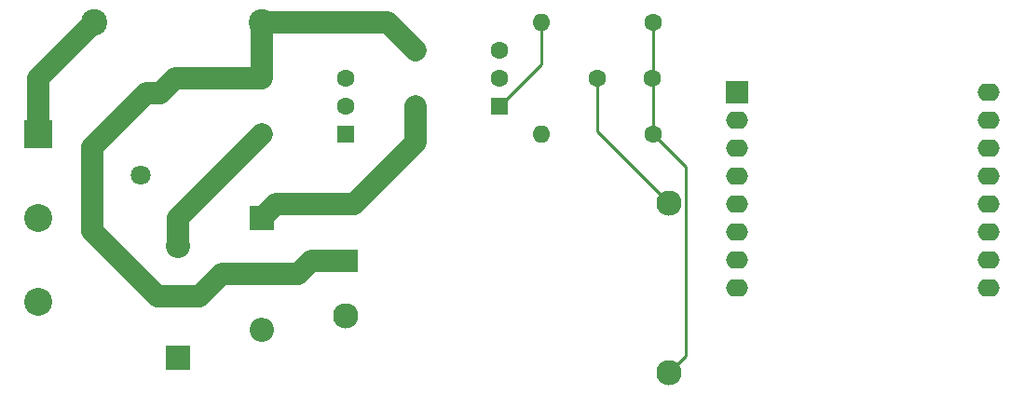
<source format=gbl>
%TF.GenerationSoftware,KiCad,Pcbnew,9.0.3+dfsg-1*%
%TF.CreationDate,2026-02-21T20:26:47+01:00*%
%TF.ProjectId,MaxPilot,4d617850-696c-46f7-942e-6b696361645f,rev?*%
%TF.SameCoordinates,Original*%
%TF.FileFunction,Copper,L2,Bot*%
%TF.FilePolarity,Positive*%
%FSLAX46Y46*%
G04 Gerber Fmt 4.6, Leading zero omitted, Abs format (unit mm)*
G04 Created by KiCad (PCBNEW 9.0.3+dfsg-1) date 2026-02-21 20:26:47*
%MOMM*%
%LPD*%
G01*
G04 APERTURE LIST*
G04 Aperture macros list*
%AMRoundRect*
0 Rectangle with rounded corners*
0 $1 Rounding radius*
0 $2 $3 $4 $5 $6 $7 $8 $9 X,Y pos of 4 corners*
0 Add a 4 corners polygon primitive as box body*
4,1,4,$2,$3,$4,$5,$6,$7,$8,$9,$2,$3,0*
0 Add four circle primitives for the rounded corners*
1,1,$1+$1,$2,$3*
1,1,$1+$1,$4,$5*
1,1,$1+$1,$6,$7*
1,1,$1+$1,$8,$9*
0 Add four rect primitives between the rounded corners*
20,1,$1+$1,$2,$3,$4,$5,0*
20,1,$1+$1,$4,$5,$6,$7,0*
20,1,$1+$1,$6,$7,$8,$9,0*
20,1,$1+$1,$8,$9,$2,$3,0*%
G04 Aperture macros list end*
%TA.AperFunction,ComponentPad*%
%ADD10C,1.600000*%
%TD*%
%TA.AperFunction,ComponentPad*%
%ADD11O,1.600000X1.600000*%
%TD*%
%TA.AperFunction,ComponentPad*%
%ADD12C,2.400000*%
%TD*%
%TA.AperFunction,WasherPad*%
%ADD13C,1.600000*%
%TD*%
%TA.AperFunction,ComponentPad*%
%ADD14RoundRect,0.250000X0.550000X0.550000X-0.550000X0.550000X-0.550000X-0.550000X0.550000X-0.550000X0*%
%TD*%
%TA.AperFunction,ComponentPad*%
%ADD15R,2.540000X2.540000*%
%TD*%
%TA.AperFunction,ComponentPad*%
%ADD16C,2.540000*%
%TD*%
%TA.AperFunction,ComponentPad*%
%ADD17R,2.300000X2.000000*%
%TD*%
%TA.AperFunction,ComponentPad*%
%ADD18C,2.300000*%
%TD*%
%TA.AperFunction,ComponentPad*%
%ADD19C,1.800000*%
%TD*%
%TA.AperFunction,ComponentPad*%
%ADD20R,2.000000X2.000000*%
%TD*%
%TA.AperFunction,ComponentPad*%
%ADD21O,2.000000X1.600000*%
%TD*%
%TA.AperFunction,ComponentPad*%
%ADD22R,2.200000X2.200000*%
%TD*%
%TA.AperFunction,ComponentPad*%
%ADD23O,2.200000X2.200000*%
%TD*%
%TA.AperFunction,Conductor*%
%ADD24C,2.000000*%
%TD*%
%TA.AperFunction,Conductor*%
%ADD25C,0.250000*%
%TD*%
G04 APERTURE END LIST*
D10*
%TO.P,R2,1*%
%TO.N,+5V*%
X73660000Y-25400000D03*
D11*
%TO.P,R2,2*%
%TO.N,Net-(R2-Pad2)*%
X63500000Y-25400000D03*
%TD*%
D12*
%TO.P,F1,1*%
%TO.N,LINE*%
X22860000Y-15240000D03*
%TO.P,F1,2*%
%TO.N,LINE_P*%
X38100000Y-15240000D03*
%TD*%
D13*
%TO.P,U3,*%
%TO.N,*%
X45720000Y-20320000D03*
D14*
%TO.P,U3,1*%
%TO.N,Net-(R2-Pad2)*%
X45720000Y-25400000D03*
D10*
%TO.P,U3,2*%
%TO.N,Net-(U1-MOSI{slash}D7)*%
X45720000Y-22860000D03*
%TO.P,U3,4*%
%TO.N,LINE_P*%
X38100000Y-20320000D03*
%TO.P,U3,6*%
%TO.N,Net-(D2-A)*%
X38100000Y-25400000D03*
%TD*%
D15*
%TO.P,J1,1,Pin_1*%
%TO.N,LINE*%
X17780000Y-25400000D03*
D16*
%TO.P,J1,2,Pin_2*%
%TO.N,NEUT*%
X17780000Y-33020000D03*
%TO.P,J1,3,Pin_3*%
%TO.N,/PILOT*%
X17780000Y-40640000D03*
%TD*%
D10*
%TO.P,R1,1*%
%TO.N,+5V*%
X73660000Y-15240000D03*
D11*
%TO.P,R1,2*%
%TO.N,Net-(R1-Pad2)*%
X63500000Y-15240000D03*
%TD*%
D17*
%TO.P,PS1,1,AC/L*%
%TO.N,LINE_P*%
X45720000Y-36905000D03*
D18*
%TO.P,PS1,2,AC/N*%
%TO.N,NEUT*%
X45720000Y-41905000D03*
%TO.P,PS1,3,-Vout*%
%TO.N,GND*%
X75120000Y-31705000D03*
%TO.P,PS1,4,+Vout*%
%TO.N,+5V*%
X75120000Y-47105000D03*
%TD*%
D19*
%TO.P,RV1,1*%
%TO.N,LINE_P*%
X28840000Y-21650000D03*
%TO.P,RV1,2*%
%TO.N,NEUT*%
X27040000Y-29150000D03*
%TD*%
D13*
%TO.P,U2,*%
%TO.N,*%
X59685000Y-17780000D03*
D14*
%TO.P,U2,1*%
%TO.N,Net-(R1-Pad2)*%
X59685000Y-22860000D03*
D10*
%TO.P,U2,2*%
%TO.N,Net-(U1-D3)*%
X59685000Y-20320000D03*
%TO.P,U2,4*%
%TO.N,LINE_P*%
X52065000Y-17780000D03*
%TO.P,U2,6*%
%TO.N,Net-(D1-K)*%
X52065000Y-22860000D03*
%TD*%
D20*
%TO.P,U1,1,~{RST}*%
%TO.N,unconnected-(U1-~{RST}-Pad1)*%
X81280000Y-21590000D03*
D21*
%TO.P,U1,2,A0*%
%TO.N,unconnected-(U1-A0-Pad2)*%
X81280000Y-24130000D03*
%TO.P,U1,3,D0*%
%TO.N,unconnected-(U1-D0-Pad3)*%
X81280000Y-26670000D03*
%TO.P,U1,4,SCK/D5*%
%TO.N,unconnected-(U1-SCK{slash}D5-Pad4)*%
X81280000Y-29210000D03*
%TO.P,U1,5,MISO/D6*%
%TO.N,unconnected-(U1-MISO{slash}D6-Pad5)*%
X81280000Y-31750000D03*
%TO.P,U1,6,MOSI/D7*%
%TO.N,Net-(U1-MOSI{slash}D7)*%
X81280000Y-34290000D03*
%TO.P,U1,7,CS/D8*%
%TO.N,unconnected-(U1-CS{slash}D8-Pad7)*%
X81280000Y-36830000D03*
%TO.P,U1,8,3V3*%
%TO.N,unconnected-(U1-3V3-Pad8)*%
X81280000Y-39370000D03*
%TO.P,U1,9,5V*%
%TO.N,+5V*%
X104140000Y-39370000D03*
%TO.P,U1,10,GND*%
%TO.N,GND*%
X104140000Y-36830000D03*
%TO.P,U1,11,D4*%
%TO.N,unconnected-(U1-D4-Pad11)*%
X104140000Y-34290000D03*
%TO.P,U1,12,D3*%
%TO.N,Net-(U1-D3)*%
X104140000Y-31750000D03*
%TO.P,U1,13,SDA/D2*%
%TO.N,unconnected-(U1-SDA{slash}D2-Pad13)*%
X104140000Y-29210000D03*
%TO.P,U1,14,SCL/D1*%
%TO.N,unconnected-(U1-SCL{slash}D1-Pad14)*%
X104140000Y-26670000D03*
%TO.P,U1,15,RX*%
%TO.N,unconnected-(U1-RX-Pad15)*%
X104140000Y-24130000D03*
%TO.P,U1,16,TX*%
%TO.N,unconnected-(U1-TX-Pad16)*%
X104140000Y-21590000D03*
%TD*%
D22*
%TO.P,D1,1,K*%
%TO.N,Net-(D1-K)*%
X38100000Y-33020000D03*
D23*
%TO.P,D1,2,A*%
%TO.N,/PILOT*%
X38100000Y-43180000D03*
%TD*%
D22*
%TO.P,D2,1,K*%
%TO.N,/PILOT*%
X30480000Y-45720000D03*
D23*
%TO.P,D2,2,A*%
%TO.N,Net-(D2-A)*%
X30480000Y-35560000D03*
%TD*%
D10*
%TO.P,C1,1*%
%TO.N,+5V*%
X73580000Y-20320000D03*
%TO.P,C1,2*%
%TO.N,GND*%
X68580000Y-20320000D03*
%TD*%
D24*
%TO.N,LINE*%
X17780000Y-25400000D02*
X17780000Y-20320000D01*
X17780000Y-20320000D02*
X22860000Y-15240000D01*
D25*
%TO.N,GND*%
X68580000Y-25165000D02*
X68580000Y-20320000D01*
X75120000Y-31705000D02*
X68580000Y-25165000D01*
%TO.N,+5V*%
X73580000Y-20320000D02*
X73620000Y-20320000D01*
X73620000Y-15280000D02*
X73660000Y-15240000D01*
X73620000Y-25360000D02*
X73660000Y-25400000D01*
X76641600Y-45583400D02*
X75120000Y-47105000D01*
X76641600Y-28381600D02*
X76641600Y-45583400D01*
X73620000Y-20320000D02*
X73620000Y-25360000D01*
X73620000Y-20320000D02*
X73620000Y-15280000D01*
X73660000Y-25400000D02*
X76641600Y-28381600D01*
%TO.N,Net-(R1-Pad2)*%
X59685000Y-22860000D02*
X63500000Y-19045000D01*
X63500000Y-19045000D02*
X63500000Y-15240000D01*
D24*
%TO.N,Net-(D1-K)*%
X52065000Y-26173700D02*
X46473400Y-31765400D01*
X52065000Y-22860000D02*
X52065000Y-26173700D01*
X46473400Y-31765400D02*
X39354600Y-31765400D01*
X39354600Y-31765400D02*
X38100000Y-33020000D01*
%TO.N,Net-(D2-A)*%
X38100000Y-25400000D02*
X30480000Y-33020000D01*
X30480000Y-33020000D02*
X30480000Y-35560000D01*
%TO.N,LINE_P*%
X34446800Y-38100000D02*
X32385800Y-40161000D01*
X38100000Y-15240000D02*
X38100000Y-20320000D01*
X28840000Y-21650000D02*
X30170000Y-20320000D01*
X42570000Y-36905000D02*
X41375000Y-38100000D01*
X22639000Y-26578200D02*
X27567200Y-21650000D01*
X22639000Y-34225800D02*
X22639000Y-26578200D01*
X27567200Y-21650000D02*
X28840000Y-21650000D01*
X45720000Y-36905000D02*
X42570000Y-36905000D01*
X30170000Y-20320000D02*
X38100000Y-20320000D01*
X41375000Y-38100000D02*
X34446800Y-38100000D01*
X32385800Y-40161000D02*
X28574200Y-40161000D01*
X38100000Y-15240000D02*
X49525000Y-15240000D01*
X28574200Y-40161000D02*
X22639000Y-34225800D01*
X49525000Y-15240000D02*
X52065000Y-17780000D01*
%TD*%
M02*

</source>
